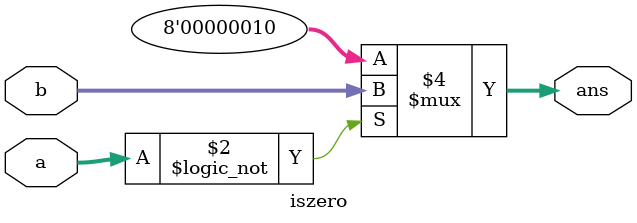
<source format=v>
module iszero(a,b,ans);
	input [7:0]a;
	input [7:0]b;
	output [7:0]ans;
	reg [7:0] ans;
	always@(a,b)
		begin
			if(a == 0)
				ans = b;
			else
				ans = {8'b00000010};
		end
endmodule 
</source>
